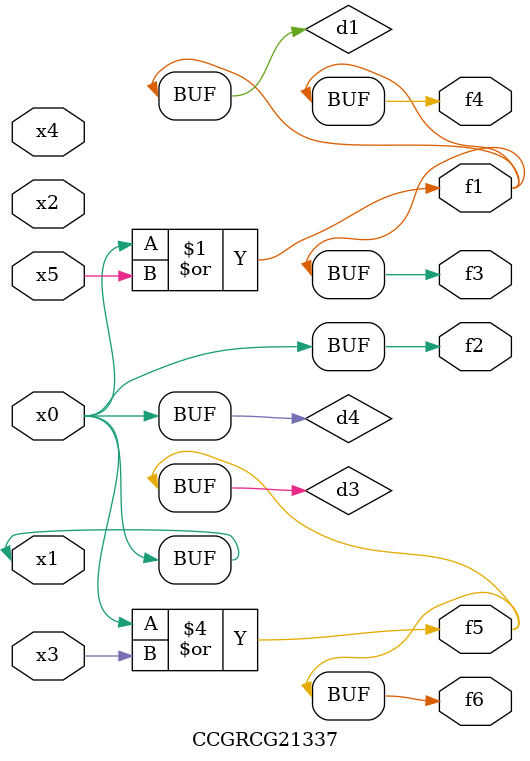
<source format=v>
module CCGRCG21337(
	input x0, x1, x2, x3, x4, x5,
	output f1, f2, f3, f4, f5, f6
);

	wire d1, d2, d3, d4;

	or (d1, x0, x5);
	xnor (d2, x1, x4);
	or (d3, x0, x3);
	buf (d4, x0, x1);
	assign f1 = d1;
	assign f2 = d4;
	assign f3 = d1;
	assign f4 = d1;
	assign f5 = d3;
	assign f6 = d3;
endmodule

</source>
